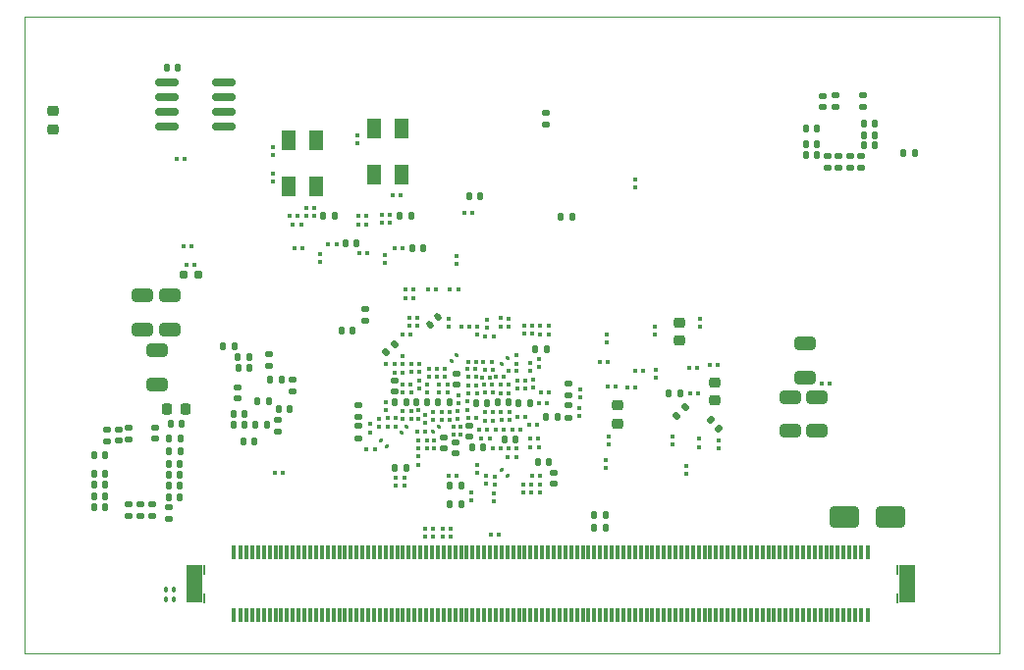
<source format=gbr>
%TF.GenerationSoftware,KiCad,Pcbnew,7.99.0-3958-g1df84f4d92*%
%TF.CreationDate,2023-12-24T01:25:56+01:00*%
%TF.ProjectId,SBC,5342432e-6b69-4636-9164-5f7063625858,rev?*%
%TF.SameCoordinates,Original*%
%TF.FileFunction,Paste,Bot*%
%TF.FilePolarity,Positive*%
%FSLAX46Y46*%
G04 Gerber Fmt 4.6, Leading zero omitted, Abs format (unit mm)*
G04 Created by KiCad (PCBNEW 7.99.0-3958-g1df84f4d92) date 2023-12-24 01:25:56*
%MOMM*%
%LPD*%
G01*
G04 APERTURE LIST*
G04 Aperture macros list*
%AMRoundRect*
0 Rectangle with rounded corners*
0 $1 Rounding radius*
0 $2 $3 $4 $5 $6 $7 $8 $9 X,Y pos of 4 corners*
0 Add a 4 corners polygon primitive as box body*
4,1,4,$2,$3,$4,$5,$6,$7,$8,$9,$2,$3,0*
0 Add four circle primitives for the rounded corners*
1,1,$1+$1,$2,$3*
1,1,$1+$1,$4,$5*
1,1,$1+$1,$6,$7*
1,1,$1+$1,$8,$9*
0 Add four rect primitives between the rounded corners*
20,1,$1+$1,$2,$3,$4,$5,0*
20,1,$1+$1,$4,$5,$6,$7,0*
20,1,$1+$1,$6,$7,$8,$9,0*
20,1,$1+$1,$8,$9,$2,$3,0*%
G04 Aperture macros list end*
%ADD10RoundRect,0.140000X-0.170000X0.140000X-0.170000X-0.140000X0.170000X-0.140000X0.170000X0.140000X0*%
%ADD11RoundRect,0.079500X0.079500X0.100500X-0.079500X0.100500X-0.079500X-0.100500X0.079500X-0.100500X0*%
%ADD12RoundRect,0.079500X-0.079500X-0.100500X0.079500X-0.100500X0.079500X0.100500X-0.079500X0.100500X0*%
%ADD13RoundRect,0.135000X-0.185000X0.135000X-0.185000X-0.135000X0.185000X-0.135000X0.185000X0.135000X0*%
%ADD14RoundRect,0.140000X0.140000X0.170000X-0.140000X0.170000X-0.140000X-0.170000X0.140000X-0.170000X0*%
%ADD15RoundRect,0.079500X-0.100500X0.079500X-0.100500X-0.079500X0.100500X-0.079500X0.100500X0.079500X0*%
%ADD16RoundRect,0.135000X-0.135000X-0.185000X0.135000X-0.185000X0.135000X0.185000X-0.135000X0.185000X0*%
%ADD17RoundRect,0.079500X0.100500X-0.079500X0.100500X0.079500X-0.100500X0.079500X-0.100500X-0.079500X0*%
%ADD18RoundRect,0.140000X-0.140000X-0.170000X0.140000X-0.170000X0.140000X0.170000X-0.140000X0.170000X0*%
%ADD19R,1.400000X3.300000*%
%ADD20R,0.250000X0.850000*%
%ADD21R,0.450000X1.200000*%
%ADD22R,0.300000X1.200000*%
%ADD23RoundRect,0.079500X-0.014849X0.127279X-0.127279X0.014849X0.014849X-0.127279X0.127279X-0.014849X0*%
%ADD24RoundRect,0.135000X0.185000X-0.135000X0.185000X0.135000X-0.185000X0.135000X-0.185000X-0.135000X0*%
%ADD25RoundRect,0.140000X0.170000X-0.140000X0.170000X0.140000X-0.170000X0.140000X-0.170000X-0.140000X0*%
%ADD26RoundRect,0.225000X-0.250000X0.225000X-0.250000X-0.225000X0.250000X-0.225000X0.250000X0.225000X0*%
%ADD27RoundRect,0.135000X0.135000X0.185000X-0.135000X0.185000X-0.135000X-0.185000X0.135000X-0.185000X0*%
%ADD28RoundRect,0.090000X-0.090000X0.139000X-0.090000X-0.139000X0.090000X-0.139000X0.090000X0.139000X0*%
%ADD29R,1.200000X1.800000*%
%ADD30RoundRect,0.160000X-0.197500X-0.160000X0.197500X-0.160000X0.197500X0.160000X-0.197500X0.160000X0*%
%ADD31RoundRect,0.150000X0.825000X0.150000X-0.825000X0.150000X-0.825000X-0.150000X0.825000X-0.150000X0*%
%ADD32RoundRect,0.250000X0.650000X-0.325000X0.650000X0.325000X-0.650000X0.325000X-0.650000X-0.325000X0*%
%ADD33RoundRect,0.147500X0.147500X0.172500X-0.147500X0.172500X-0.147500X-0.172500X0.147500X-0.172500X0*%
%ADD34RoundRect,0.079500X0.014849X-0.127279X0.127279X-0.014849X-0.014849X0.127279X-0.127279X0.014849X0*%
%ADD35RoundRect,0.140000X0.021213X-0.219203X0.219203X-0.021213X-0.021213X0.219203X-0.219203X0.021213X0*%
%ADD36RoundRect,0.250000X-1.000000X-0.650000X1.000000X-0.650000X1.000000X0.650000X-1.000000X0.650000X0*%
%ADD37RoundRect,0.250000X-0.650000X0.325000X-0.650000X-0.325000X0.650000X-0.325000X0.650000X0.325000X0*%
%ADD38RoundRect,0.135000X0.226274X0.035355X0.035355X0.226274X-0.226274X-0.035355X-0.035355X-0.226274X0*%
%ADD39RoundRect,0.225000X0.250000X-0.225000X0.250000X0.225000X-0.250000X0.225000X-0.250000X-0.225000X0*%
%ADD40RoundRect,0.079500X-0.127279X-0.014849X-0.014849X-0.127279X0.127279X0.014849X0.014849X0.127279X0*%
%ADD41RoundRect,0.135000X0.035355X-0.226274X0.226274X-0.035355X-0.035355X0.226274X-0.226274X0.035355X0*%
%ADD42RoundRect,0.079500X0.127279X0.014849X0.014849X0.127279X-0.127279X-0.014849X-0.014849X-0.127279X0*%
%ADD43RoundRect,0.218750X-0.218750X-0.256250X0.218750X-0.256250X0.218750X0.256250X-0.218750X0.256250X0*%
%ADD44RoundRect,0.147500X0.172500X-0.147500X0.172500X0.147500X-0.172500X0.147500X-0.172500X-0.147500X0*%
%TA.AperFunction,Profile*%
%ADD45C,0.100000*%
%TD*%
G04 APERTURE END LIST*
D10*
%TO.C,C165*%
X93665481Y-113869200D03*
X93665481Y-114829200D03*
%TD*%
D11*
%TO.C,C137*%
X71960481Y-97395014D03*
X71270481Y-97395014D03*
%TD*%
%TO.C,C215*%
X97938495Y-112433020D03*
X97248495Y-112433020D03*
%TD*%
D12*
%TO.C,C295*%
X86314081Y-95495214D03*
X87004081Y-95495214D03*
%TD*%
D13*
%TO.C,R36*%
X86320000Y-111080400D03*
X86320000Y-112100400D03*
%TD*%
D14*
%TO.C,C5*%
X125873462Y-88557528D03*
X124913462Y-88557528D03*
%TD*%
D15*
%TO.C,C180*%
X110165481Y-91650014D03*
X110165481Y-92340014D03*
%TD*%
D16*
%TO.C,R62*%
X106610000Y-121730400D03*
X107630000Y-121730400D03*
%TD*%
D12*
%TO.C,C160*%
X98176881Y-108695014D03*
X98866881Y-108695014D03*
%TD*%
D17*
%TO.C,C240*%
X101315481Y-104968790D03*
X101315481Y-104278790D03*
%TD*%
D13*
%TO.C,R73*%
X79343881Y-112358814D03*
X79343881Y-113378814D03*
%TD*%
D18*
%TO.C,C283*%
X77445000Y-112825000D03*
X78405000Y-112825000D03*
%TD*%
D11*
%TO.C,C184*%
X99907281Y-115561214D03*
X99217281Y-115561214D03*
%TD*%
D10*
%TO.C,C10*%
X129643462Y-89627528D03*
X129643462Y-90587528D03*
%TD*%
D17*
%TO.C,C245*%
X92068000Y-112644200D03*
X92068000Y-111954200D03*
%TD*%
%TO.C,C197*%
X99921405Y-107519585D03*
X99921405Y-106829585D03*
%TD*%
D19*
%TO.C,J1*%
X133615481Y-126545014D03*
D20*
X132790481Y-125320014D03*
X132790481Y-127770014D03*
D19*
X72215481Y-126545014D03*
D20*
X73040481Y-125320014D03*
X73040481Y-127770014D03*
D21*
X75590481Y-123845014D03*
D22*
X76165481Y-123845014D03*
X76665481Y-123845014D03*
X77165481Y-123845014D03*
X77665481Y-123845014D03*
X78165481Y-123845014D03*
X78665481Y-123845014D03*
X79165481Y-123845014D03*
X79665481Y-123845014D03*
X80165481Y-123845014D03*
X80665481Y-123845014D03*
X81165481Y-123845014D03*
X81665481Y-123845014D03*
X82165481Y-123845014D03*
X82665481Y-123845014D03*
X83165481Y-123845014D03*
X83665481Y-123845014D03*
X84165481Y-123845014D03*
X84665481Y-123845014D03*
X85165481Y-123845014D03*
X85665481Y-123845014D03*
X86165481Y-123845014D03*
X86665481Y-123845014D03*
X87165481Y-123845014D03*
X87665481Y-123845014D03*
X88165481Y-123845014D03*
X88665481Y-123845014D03*
X89165481Y-123845014D03*
X89665481Y-123845014D03*
X90165481Y-123845014D03*
X90665481Y-123845014D03*
X91165481Y-123845014D03*
X91665481Y-123845014D03*
X92165481Y-123845014D03*
X92665481Y-123845014D03*
X93165481Y-123845014D03*
X93665481Y-123845014D03*
X94165481Y-123845014D03*
X94665481Y-123845014D03*
X95165481Y-123845014D03*
X95665481Y-123845014D03*
X96165481Y-123845014D03*
X96665481Y-123845014D03*
X97165481Y-123845014D03*
X97665481Y-123845014D03*
X98165481Y-123845014D03*
X98665481Y-123845014D03*
X99165481Y-123845014D03*
X99665481Y-123845014D03*
X100165481Y-123845014D03*
X100665481Y-123845014D03*
X101165481Y-123845014D03*
X101665481Y-123845014D03*
X102165481Y-123845014D03*
X102665481Y-123845014D03*
X103165481Y-123845014D03*
X103665481Y-123845014D03*
X104165481Y-123845014D03*
X104665481Y-123845014D03*
X105165481Y-123845014D03*
X105665481Y-123845014D03*
X106165481Y-123845014D03*
X106665481Y-123845014D03*
X107165481Y-123845014D03*
X107665481Y-123845014D03*
X108165481Y-123845014D03*
X108665481Y-123845014D03*
X109165481Y-123845014D03*
X109665481Y-123845014D03*
X110165481Y-123845014D03*
X110665481Y-123845014D03*
X111165481Y-123845014D03*
X111665481Y-123845014D03*
X112165481Y-123845014D03*
X112665481Y-123845014D03*
X113165481Y-123845014D03*
X113665481Y-123845014D03*
X114165481Y-123845014D03*
X114665481Y-123845014D03*
X115165481Y-123845014D03*
X115665481Y-123845014D03*
X116165481Y-123845014D03*
X116665481Y-123845014D03*
X117165481Y-123845014D03*
X117665481Y-123845014D03*
X118165481Y-123845014D03*
X118665481Y-123845014D03*
X119165481Y-123845014D03*
X119665481Y-123845014D03*
X120165481Y-123845014D03*
X120665481Y-123845014D03*
X121165481Y-123845014D03*
X121665481Y-123845014D03*
X122165481Y-123845014D03*
X122665481Y-123845014D03*
X123165481Y-123845014D03*
X123665481Y-123845014D03*
X124165481Y-123845014D03*
X124665481Y-123845014D03*
X125165481Y-123845014D03*
X125665481Y-123845014D03*
X126165481Y-123845014D03*
X126665481Y-123845014D03*
X127165481Y-123845014D03*
X127665481Y-123845014D03*
X128165481Y-123845014D03*
X128665481Y-123845014D03*
X129165481Y-123845014D03*
X129665481Y-123845014D03*
D21*
X130240481Y-123845014D03*
X75590481Y-129245014D03*
D22*
X76165481Y-129245014D03*
X76665481Y-129245014D03*
X77165481Y-129245014D03*
X77665481Y-129245014D03*
X78165481Y-129245014D03*
X78665481Y-129245014D03*
X79165481Y-129245014D03*
X79665481Y-129245014D03*
X80165481Y-129245014D03*
X80665481Y-129245014D03*
X81165481Y-129245014D03*
X81665481Y-129245014D03*
X82165481Y-129245014D03*
X82665481Y-129245014D03*
X83165481Y-129245014D03*
X83665481Y-129245014D03*
X84165481Y-129245014D03*
X84665481Y-129245014D03*
X85165481Y-129245014D03*
X85665481Y-129245014D03*
X86165481Y-129245014D03*
X86665481Y-129245014D03*
X87165481Y-129245014D03*
X87665481Y-129245014D03*
X88165481Y-129245014D03*
X88665481Y-129245014D03*
X89165481Y-129245014D03*
X89665481Y-129245014D03*
X90165481Y-129245014D03*
X90665481Y-129245014D03*
X91165481Y-129245014D03*
X91665481Y-129245014D03*
X92165481Y-129245014D03*
X92665481Y-129245014D03*
X93165481Y-129245014D03*
X93665481Y-129245014D03*
X94165481Y-129245014D03*
X94665481Y-129245014D03*
X95165481Y-129245014D03*
X95665481Y-129245014D03*
X96165481Y-129245014D03*
X96665481Y-129245014D03*
X97165481Y-129245014D03*
X97665481Y-129245014D03*
X98165481Y-129245014D03*
X98665481Y-129245014D03*
X99165481Y-129245014D03*
X99665481Y-129245014D03*
X100165481Y-129245014D03*
X100665481Y-129245014D03*
X101165481Y-129245014D03*
X101665481Y-129245014D03*
X102165481Y-129245014D03*
X102665481Y-129245014D03*
X103165481Y-129245014D03*
X103665481Y-129245014D03*
X104165481Y-129245014D03*
X104665481Y-129245014D03*
X105165481Y-129245014D03*
X105665481Y-129245014D03*
X106165481Y-129245014D03*
X106665481Y-129245014D03*
X107165481Y-129245014D03*
X107665481Y-129245014D03*
X108165481Y-129245014D03*
X108665481Y-129245014D03*
X109165481Y-129245014D03*
X109665481Y-129245014D03*
X110165481Y-129245014D03*
X110665481Y-129245014D03*
X111165481Y-129245014D03*
X111665481Y-129245014D03*
X112165481Y-129245014D03*
X112665481Y-129245014D03*
X113165481Y-129245014D03*
X113665481Y-129245014D03*
X114165481Y-129245014D03*
X114665481Y-129245014D03*
X115165481Y-129245014D03*
X115665481Y-129245014D03*
X116165481Y-129245014D03*
X116665481Y-129245014D03*
X117165481Y-129245014D03*
X117665481Y-129245014D03*
X118165481Y-129245014D03*
X118665481Y-129245014D03*
X119165481Y-129245014D03*
X119665481Y-129245014D03*
X120165481Y-129245014D03*
X120665481Y-129245014D03*
X121165481Y-129245014D03*
X121665481Y-129245014D03*
X122165481Y-129245014D03*
X122665481Y-129245014D03*
X123165481Y-129245014D03*
X123665481Y-129245014D03*
X124165481Y-129245014D03*
X124665481Y-129245014D03*
X125165481Y-129245014D03*
X125665481Y-129245014D03*
X126165481Y-129245014D03*
X126665481Y-129245014D03*
X127165481Y-129245014D03*
X127665481Y-129245014D03*
X128165481Y-129245014D03*
X128665481Y-129245014D03*
X129165481Y-129245014D03*
X129665481Y-129245014D03*
D21*
X130240481Y-129245014D03*
%TD*%
D17*
%TO.C,C207*%
X101167910Y-108163475D03*
X101167910Y-107473475D03*
%TD*%
D23*
%TO.C,C192*%
X90496433Y-112999062D03*
X90008529Y-113486966D03*
%TD*%
D11*
%TO.C,C221*%
X96504681Y-107376614D03*
X95814681Y-107376614D03*
%TD*%
D13*
%TO.C,R37*%
X86920000Y-102845400D03*
X86920000Y-103865400D03*
%TD*%
D14*
%TO.C,C330*%
X70900000Y-116180400D03*
X69940000Y-116180400D03*
%TD*%
D15*
%TO.C,C214*%
X92865481Y-114150014D03*
X92865481Y-114840014D03*
%TD*%
D12*
%TO.C,C210*%
X95830921Y-110113683D03*
X96520921Y-110113683D03*
%TD*%
D11*
%TO.C,C117*%
X91560481Y-107545014D03*
X90870481Y-107545014D03*
%TD*%
D15*
%TO.C,C124*%
X98015481Y-118700014D03*
X98015481Y-119390014D03*
%TD*%
D11*
%TO.C,C226*%
X93040481Y-101135014D03*
X92350481Y-101135014D03*
%TD*%
D12*
%TO.C,C275*%
X71505881Y-99000414D03*
X72195881Y-99000414D03*
%TD*%
D11*
%TO.C,C185*%
X100720430Y-108982430D03*
X100030430Y-108982430D03*
%TD*%
D24*
%TO.C,R96*%
X68547981Y-120715414D03*
X68547981Y-119695414D03*
%TD*%
D17*
%TO.C,C254*%
X105480400Y-110431800D03*
X105480400Y-109741800D03*
%TD*%
D16*
%TO.C,R71*%
X133288462Y-89325028D03*
X134308462Y-89325028D03*
%TD*%
D18*
%TO.C,C212*%
X84885481Y-104695014D03*
X85845481Y-104695014D03*
%TD*%
D25*
%TO.C,C12*%
X129793462Y-85350028D03*
X129793462Y-84390028D03*
%TD*%
D12*
%TO.C,C112*%
X90150481Y-105045014D03*
X90840481Y-105045014D03*
%TD*%
D17*
%TO.C,C182*%
X94515481Y-113690014D03*
X94515481Y-113000014D03*
%TD*%
D11*
%TO.C,C88*%
X91068081Y-101896014D03*
X90378081Y-101896014D03*
%TD*%
D12*
%TO.C,C208*%
X101260425Y-117212665D03*
X101950425Y-117212665D03*
%TD*%
D18*
%TO.C,C333*%
X63515000Y-115455400D03*
X64475000Y-115455400D03*
%TD*%
D11*
%TO.C,C177*%
X101851365Y-114026235D03*
X101161365Y-114026235D03*
%TD*%
D26*
%TO.C,C255*%
X108637513Y-111151881D03*
X108637513Y-112701881D03*
%TD*%
D12*
%TO.C,C122*%
X89470481Y-108295014D03*
X90160481Y-108295014D03*
%TD*%
D17*
%TO.C,C249*%
X100615481Y-104968790D03*
X100615481Y-104278790D03*
%TD*%
%TO.C,C201*%
X94191800Y-112387632D03*
X94191800Y-111697632D03*
%TD*%
%TO.C,C266*%
X111883000Y-105049200D03*
X111883000Y-104359200D03*
%TD*%
D11*
%TO.C,C89*%
X91068081Y-101159414D03*
X90378081Y-101159414D03*
%TD*%
D15*
%TO.C,C264*%
X114620000Y-116385400D03*
X114620000Y-117075400D03*
%TD*%
D17*
%TO.C,C233*%
X94903000Y-112290014D03*
X94903000Y-111600014D03*
%TD*%
D15*
%TO.C,C189*%
X96015481Y-118675014D03*
X96015481Y-119365014D03*
%TD*%
D17*
%TO.C,C161*%
X90865481Y-112290014D03*
X90865481Y-111600014D03*
%TD*%
D13*
%TO.C,R69*%
X104464400Y-111151600D03*
X104464400Y-112171600D03*
%TD*%
D27*
%TO.C,R74*%
X78609281Y-110735214D03*
X77589281Y-110735214D03*
%TD*%
D11*
%TO.C,C219*%
X96514301Y-112193369D03*
X95824301Y-112193369D03*
%TD*%
%TO.C,C71*%
X98422481Y-122268014D03*
X97732481Y-122268014D03*
%TD*%
D25*
%TO.C,C202*%
X94812400Y-109327600D03*
X94812400Y-108367600D03*
%TD*%
D14*
%TO.C,C158*%
X102547705Y-106274790D03*
X101587705Y-106274790D03*
%TD*%
D28*
%TO.C,R99*%
X70403081Y-126990514D03*
X70403081Y-127855514D03*
%TD*%
D11*
%TO.C,C196*%
X99980481Y-114865014D03*
X99290481Y-114865014D03*
%TD*%
D15*
%TO.C,C116*%
X88115481Y-112275014D03*
X88115481Y-112965014D03*
%TD*%
D11*
%TO.C,C234*%
X90845000Y-109300000D03*
X90155000Y-109300000D03*
%TD*%
D12*
%TO.C,C134*%
X95675481Y-107970014D03*
X96365481Y-107970014D03*
%TD*%
D18*
%TO.C,C280*%
X78720000Y-108930400D03*
X79680000Y-108930400D03*
%TD*%
D17*
%TO.C,C188*%
X102015481Y-104977045D03*
X102015481Y-104287045D03*
%TD*%
D11*
%TO.C,C205*%
X99919695Y-108189414D03*
X99229695Y-108189414D03*
%TD*%
%TO.C,C174*%
X97888965Y-110047325D03*
X97198965Y-110047325D03*
%TD*%
D13*
%TO.C,R70*%
X104464400Y-109272000D03*
X104464400Y-110292000D03*
%TD*%
D10*
%TO.C,C284*%
X75920000Y-109550400D03*
X75920000Y-110510400D03*
%TD*%
D28*
%TO.C,R98*%
X69691881Y-126990514D03*
X69691881Y-127855514D03*
%TD*%
D12*
%TO.C,C127*%
X94120481Y-117195014D03*
X94810481Y-117195014D03*
%TD*%
D15*
%TO.C,C298*%
X89046681Y-94657414D03*
X89046681Y-95347414D03*
%TD*%
D11*
%TO.C,C236*%
X92063000Y-113374200D03*
X91373000Y-113374200D03*
%TD*%
D15*
%TO.C,C176*%
X101250460Y-117932560D03*
X101250460Y-118622560D03*
%TD*%
D11*
%TO.C,C247*%
X100720430Y-109684105D03*
X100030430Y-109684105D03*
%TD*%
D10*
%TO.C,C7*%
X126793462Y-89627528D03*
X126793462Y-90587528D03*
%TD*%
D29*
%TO.C,Y4*%
X80277481Y-92212014D03*
X80277481Y-88212014D03*
X82677481Y-88212014D03*
X82677481Y-92212014D03*
%TD*%
D12*
%TO.C,C303*%
X80776881Y-97527214D03*
X81466881Y-97527214D03*
%TD*%
D25*
%TO.C,C133*%
X95865481Y-113825014D03*
X95865481Y-112865014D03*
%TD*%
D15*
%TO.C,C232*%
X92769400Y-111699400D03*
X92769400Y-112389400D03*
%TD*%
D14*
%TO.C,C6*%
X125873462Y-89507528D03*
X124913462Y-89507528D03*
%TD*%
D17*
%TO.C,C150*%
X90165481Y-112290014D03*
X90165481Y-111600014D03*
%TD*%
D29*
%TO.C,Y3*%
X87643481Y-91196014D03*
X87643481Y-87196014D03*
X90043481Y-87196014D03*
X90043481Y-91196014D03*
%TD*%
D30*
%TO.C,C274*%
X71278781Y-99838614D03*
X72473781Y-99838614D03*
%TD*%
D15*
%TO.C,C200*%
X94815481Y-98250014D03*
X94815481Y-98940014D03*
%TD*%
D31*
%TO.C,U18*%
X74727481Y-83268014D03*
X74727481Y-84538014D03*
X74727481Y-85808014D03*
X74727481Y-87078014D03*
X69777481Y-87078014D03*
X69777481Y-85808014D03*
X69777481Y-84538014D03*
X69777481Y-83268014D03*
%TD*%
D17*
%TO.C,C305*%
X83052281Y-98751014D03*
X83052281Y-98061014D03*
%TD*%
D15*
%TO.C,C213*%
X91535800Y-108979800D03*
X91535800Y-109669800D03*
%TD*%
D18*
%TO.C,C282*%
X79450000Y-111425000D03*
X80410000Y-111425000D03*
%TD*%
D25*
%TO.C,C2*%
X127493462Y-85350028D03*
X127493462Y-84390028D03*
%TD*%
D14*
%TO.C,C323*%
X70950000Y-113980400D03*
X69990000Y-113980400D03*
%TD*%
D32*
%TO.C,C41*%
X125893462Y-113345028D03*
X125893462Y-110395028D03*
%TD*%
D12*
%TO.C,C186*%
X97109000Y-107369000D03*
X97799000Y-107369000D03*
%TD*%
D11*
%TO.C,C302*%
X84413281Y-97222414D03*
X83723281Y-97222414D03*
%TD*%
D15*
%TO.C,C139*%
X91515481Y-115550014D03*
X91515481Y-116240014D03*
%TD*%
D14*
%TO.C,C320*%
X71100000Y-112692900D03*
X70140000Y-112692900D03*
%TD*%
D15*
%TO.C,C114*%
X87370281Y-112752414D03*
X87370281Y-113442414D03*
%TD*%
D18*
%TO.C,C13*%
X129913462Y-88707528D03*
X130873462Y-88707528D03*
%TD*%
D17*
%TO.C,C299*%
X88640281Y-98837414D03*
X88640281Y-98147414D03*
%TD*%
D11*
%TO.C,C307*%
X82482881Y-94072814D03*
X81792881Y-94072814D03*
%TD*%
D17*
%TO.C,C262*%
X107670000Y-116550400D03*
X107670000Y-115860400D03*
%TD*%
D12*
%TO.C,C304*%
X86314081Y-94784014D03*
X87004081Y-94784014D03*
%TD*%
D15*
%TO.C,C93*%
X94279081Y-121794814D03*
X94279081Y-122484814D03*
%TD*%
D12*
%TO.C,C297*%
X80370481Y-94784014D03*
X81060481Y-94784014D03*
%TD*%
D33*
%TO.C,FB6*%
X84248481Y-94733214D03*
X83278481Y-94733214D03*
%TD*%
D18*
%TO.C,C329*%
X63515000Y-118980400D03*
X64475000Y-118980400D03*
%TD*%
D14*
%TO.C,C190*%
X92273683Y-110847139D03*
X91313683Y-110847139D03*
%TD*%
D15*
%TO.C,C115*%
X89515481Y-112250014D03*
X89515481Y-112940014D03*
%TD*%
D34*
%TO.C,C195*%
X92771529Y-113438966D03*
X93259433Y-112951062D03*
%TD*%
D35*
%TO.C,C170*%
X92466470Y-104165825D03*
X93145292Y-103487003D03*
%TD*%
D14*
%TO.C,C335*%
X70950000Y-115080400D03*
X69990000Y-115080400D03*
%TD*%
D34*
%TO.C,C138*%
X94321529Y-107313966D03*
X94809433Y-106826062D03*
%TD*%
D15*
%TO.C,C179*%
X95684181Y-110815157D03*
X95684181Y-111505157D03*
%TD*%
D17*
%TO.C,C252*%
X113415481Y-114540014D03*
X113415481Y-113850014D03*
%TD*%
%TO.C,C171*%
X95115481Y-113640014D03*
X95115481Y-112950014D03*
%TD*%
D11*
%TO.C,C216*%
X99317080Y-111698325D03*
X98627080Y-111698325D03*
%TD*%
D36*
%TO.C,D1*%
X128246481Y-120762414D03*
X132246481Y-120762414D03*
%TD*%
D25*
%TO.C,C154*%
X102515481Y-86875014D03*
X102515481Y-85915014D03*
%TD*%
D17*
%TO.C,C253*%
X105378800Y-112057400D03*
X105378800Y-111367400D03*
%TD*%
D25*
%TO.C,C332*%
X66520000Y-120665414D03*
X66520000Y-119705414D03*
%TD*%
D10*
%TO.C,C328*%
X65620000Y-113212900D03*
X65620000Y-114172900D03*
%TD*%
D37*
%TO.C,C67*%
X68929881Y-106390014D03*
X68929881Y-109340014D03*
%TD*%
D11*
%TO.C,FB2*%
X97673081Y-108722814D03*
X96983081Y-108722814D03*
%TD*%
D12*
%TO.C,C237*%
X98610570Y-110063835D03*
X99300570Y-110063835D03*
%TD*%
D15*
%TO.C,C92*%
X93567881Y-121794814D03*
X93567881Y-122484814D03*
%TD*%
D18*
%TO.C,C155*%
X98326980Y-110881080D03*
X99286980Y-110881080D03*
%TD*%
D15*
%TO.C,R56*%
X96565000Y-104306200D03*
X96565000Y-104996200D03*
%TD*%
D17*
%TO.C,C218*%
X102715481Y-104977045D03*
X102715481Y-104287045D03*
%TD*%
D14*
%TO.C,C279*%
X76530000Y-111875000D03*
X75570000Y-111875000D03*
%TD*%
D15*
%TO.C,C91*%
X92780481Y-121794814D03*
X92780481Y-122484814D03*
%TD*%
D25*
%TO.C,C15*%
X126368462Y-85380028D03*
X126368462Y-84420028D03*
%TD*%
D17*
%TO.C,C145*%
X89515481Y-118090014D03*
X89515481Y-117400014D03*
%TD*%
D11*
%TO.C,C220*%
X97410175Y-113208990D03*
X96720175Y-113208990D03*
%TD*%
D25*
%TO.C,C325*%
X69970000Y-120910400D03*
X69970000Y-119950400D03*
%TD*%
D15*
%TO.C,C152*%
X97377800Y-103722000D03*
X97377800Y-104412000D03*
%TD*%
D10*
%TO.C,C318*%
X64670000Y-113250400D03*
X64670000Y-114210400D03*
%TD*%
D11*
%TO.C,C230*%
X101859620Y-114723014D03*
X101169620Y-114723014D03*
%TD*%
D12*
%TO.C,C231*%
X88720481Y-107570014D03*
X89410481Y-107570014D03*
%TD*%
D27*
%TO.C,R34*%
X103528281Y-112136614D03*
X102508281Y-112136614D03*
%TD*%
D10*
%TO.C,C151*%
X94715481Y-114315014D03*
X94715481Y-115275014D03*
%TD*%
D17*
%TO.C,C263*%
X115673000Y-114719200D03*
X115673000Y-114029200D03*
%TD*%
D18*
%TO.C,C168*%
X100151335Y-110917414D03*
X101111335Y-110917414D03*
%TD*%
D24*
%TO.C,R38*%
X86320000Y-113950400D03*
X86320000Y-112930400D03*
%TD*%
D37*
%TO.C,C43*%
X124878462Y-105795028D03*
X124878462Y-108745028D03*
%TD*%
D12*
%TO.C,C87*%
X101884200Y-110950400D03*
X102574200Y-110950400D03*
%TD*%
D15*
%TO.C,C120*%
X88690481Y-110850014D03*
X88690481Y-111540014D03*
%TD*%
D17*
%TO.C,C224*%
X93999600Y-110025400D03*
X93999600Y-109335400D03*
%TD*%
D14*
%TO.C,C331*%
X70900000Y-118080400D03*
X69940000Y-118080400D03*
%TD*%
D15*
%TO.C,C90*%
X92069281Y-121794814D03*
X92069281Y-122484814D03*
%TD*%
D12*
%TO.C,C227*%
X98635335Y-112424765D03*
X99325335Y-112424765D03*
%TD*%
D18*
%TO.C,C285*%
X76370000Y-114225000D03*
X77330000Y-114225000D03*
%TD*%
D12*
%TO.C,C293*%
X86364881Y-97984414D03*
X87054881Y-97984414D03*
%TD*%
D16*
%TO.C,R63*%
X113032863Y-110064729D03*
X114052863Y-110064729D03*
%TD*%
D11*
%TO.C,C241*%
X96504681Y-108672014D03*
X95814681Y-108672014D03*
%TD*%
D15*
%TO.C,C203*%
X93741052Y-107975546D03*
X93741052Y-108665546D03*
%TD*%
D27*
%TO.C,R72*%
X75680000Y-105992900D03*
X74660000Y-105992900D03*
%TD*%
D14*
%TO.C,C130*%
X104745481Y-94845014D03*
X103785481Y-94845014D03*
%TD*%
%TO.C,C334*%
X70900000Y-117130400D03*
X69940000Y-117130400D03*
%TD*%
D18*
%TO.C,C178*%
X93189481Y-110864632D03*
X94149481Y-110864632D03*
%TD*%
D15*
%TO.C,C217*%
X101416400Y-108878200D03*
X101416400Y-109568200D03*
%TD*%
D12*
%TO.C,C239*%
X101012775Y-112821005D03*
X101702775Y-112821005D03*
%TD*%
D17*
%TO.C,C261*%
X107765481Y-105690014D03*
X107765481Y-105000014D03*
%TD*%
D15*
%TO.C,C268*%
X117370000Y-114185400D03*
X117370000Y-114875400D03*
%TD*%
D32*
%TO.C,C36*%
X123593462Y-113345028D03*
X123593462Y-110395028D03*
%TD*%
D12*
%TO.C,C259*%
X109518000Y-109614200D03*
X110208000Y-109614200D03*
%TD*%
D38*
%TO.C,R33*%
X117430624Y-113141024D03*
X116709376Y-112419776D03*
%TD*%
D17*
%TO.C,C125*%
X90165481Y-107565014D03*
X90165481Y-106875014D03*
%TD*%
D10*
%TO.C,C9*%
X128693462Y-89627528D03*
X128693462Y-90587528D03*
%TD*%
D39*
%TO.C,C256*%
X113989400Y-105553200D03*
X113989400Y-104003200D03*
%TD*%
D18*
%TO.C,C276*%
X75945000Y-107925000D03*
X76905000Y-107925000D03*
%TD*%
D11*
%TO.C,C294*%
X90138481Y-97578014D03*
X89448481Y-97578014D03*
%TD*%
%TO.C,C270*%
X117328000Y-107624200D03*
X116638000Y-107624200D03*
%TD*%
%TO.C,C243*%
X90855000Y-110002538D03*
X90165000Y-110002538D03*
%TD*%
D37*
%TO.C,C66*%
X70098281Y-101665614D03*
X70098281Y-104615614D03*
%TD*%
D18*
%TO.C,C157*%
X101789481Y-116023945D03*
X102749481Y-116023945D03*
%TD*%
D17*
%TO.C,C301*%
X78937481Y-91827014D03*
X78937481Y-91137014D03*
%TD*%
D11*
%TO.C,C113*%
X91410481Y-103545014D03*
X90720481Y-103545014D03*
%TD*%
D17*
%TO.C,C209*%
X94951837Y-110952400D03*
X94951837Y-110262400D03*
%TD*%
D12*
%TO.C,C292*%
X89285881Y-93006014D03*
X89975881Y-93006014D03*
%TD*%
D17*
%TO.C,C225*%
X91472481Y-112263014D03*
X91472481Y-111573014D03*
%TD*%
D39*
%TO.C,C267*%
X117020000Y-110705400D03*
X117020000Y-109155400D03*
%TD*%
D40*
%TO.C,C146*%
X98657929Y-116714262D03*
X99145833Y-117202166D03*
%TD*%
D15*
%TO.C,C119*%
X88815481Y-112250014D03*
X88815481Y-112940014D03*
%TD*%
%TO.C,C250*%
X93480600Y-111700742D03*
X93480600Y-112390742D03*
%TD*%
D17*
%TO.C,C135*%
X98565481Y-104298414D03*
X98565481Y-103608414D03*
%TD*%
D12*
%TO.C,C167*%
X97880481Y-114875014D03*
X98570481Y-114875014D03*
%TD*%
D11*
%TO.C,C136*%
X87720481Y-114905014D03*
X87030481Y-114905014D03*
%TD*%
D27*
%TO.C,R40*%
X95180000Y-119692900D03*
X94160000Y-119692900D03*
%TD*%
D12*
%TO.C,C123*%
X90870481Y-108270014D03*
X91560481Y-108270014D03*
%TD*%
D14*
%TO.C,C4*%
X125873462Y-87207528D03*
X124913462Y-87207528D03*
%TD*%
D15*
%TO.C,C248*%
X101869585Y-107093745D03*
X101869585Y-107783745D03*
%TD*%
D41*
%TO.C,R39*%
X88720000Y-106580400D03*
X89441248Y-105859152D03*
%TD*%
D12*
%TO.C,C229*%
X100046940Y-112127585D03*
X100736940Y-112127585D03*
%TD*%
D18*
%TO.C,C337*%
X63515000Y-117970400D03*
X64475000Y-117970400D03*
%TD*%
D15*
%TO.C,C271*%
X107918881Y-113783614D03*
X107918881Y-114473614D03*
%TD*%
D33*
%TO.C,FB4*%
X90875481Y-94799214D03*
X89905481Y-94799214D03*
%TD*%
D18*
%TO.C,C129*%
X96124800Y-114787600D03*
X97084800Y-114787600D03*
%TD*%
D15*
%TO.C,C187*%
X100548785Y-117932560D03*
X100548785Y-118622560D03*
%TD*%
D17*
%TO.C,C265*%
X111933000Y-108729200D03*
X111933000Y-108039200D03*
%TD*%
D15*
%TO.C,C147*%
X96590481Y-116250014D03*
X96590481Y-116940014D03*
%TD*%
D18*
%TO.C,C3*%
X129913462Y-86807528D03*
X130873462Y-86807528D03*
%TD*%
D17*
%TO.C,C244*%
X92265481Y-110040014D03*
X92265481Y-109350014D03*
%TD*%
D11*
%TO.C,C308*%
X82482881Y-94784014D03*
X81792881Y-94784014D03*
%TD*%
%TO.C,C251*%
X96110481Y-94495014D03*
X95420481Y-94495014D03*
%TD*%
D15*
%TO.C,C183*%
X92215481Y-114150014D03*
X92215481Y-114840014D03*
%TD*%
D12*
%TO.C,C242*%
X95803870Y-109378670D03*
X96493870Y-109378670D03*
%TD*%
%TO.C,C258*%
X114938000Y-110124200D03*
X115628000Y-110124200D03*
%TD*%
D11*
%TO.C,C238*%
X100299425Y-113225500D03*
X99609425Y-113225500D03*
%TD*%
D25*
%TO.C,C169*%
X103158481Y-117903014D03*
X103158481Y-116943014D03*
%TD*%
D18*
%TO.C,C140*%
X94210481Y-118020014D03*
X95170481Y-118020014D03*
%TD*%
%TO.C,C338*%
X63515000Y-119905400D03*
X64475000Y-119905400D03*
%TD*%
D12*
%TO.C,C257*%
X107808000Y-109514200D03*
X108498000Y-109514200D03*
%TD*%
D18*
%TO.C,C310*%
X69767481Y-81968014D03*
X70727481Y-81968014D03*
%TD*%
D11*
%TO.C,C143*%
X79800481Y-116946014D03*
X79110481Y-116946014D03*
%TD*%
D12*
%TO.C,C273*%
X110208000Y-108169814D03*
X110898000Y-108169814D03*
%TD*%
%TO.C,C206*%
X97248495Y-111706580D03*
X97938495Y-111706580D03*
%TD*%
%TO.C,C222*%
X95200481Y-104335014D03*
X95890481Y-104335014D03*
%TD*%
D17*
%TO.C,C128*%
X90255481Y-118080014D03*
X90255481Y-117390014D03*
%TD*%
D12*
%TO.C,C269*%
X107118000Y-107384200D03*
X107808000Y-107384200D03*
%TD*%
D10*
%TO.C,C336*%
X68824519Y-113050400D03*
X68824519Y-114010400D03*
%TD*%
D12*
%TO.C,C306*%
X80675281Y-95495214D03*
X81365281Y-95495214D03*
%TD*%
D26*
%TO.C,C289*%
X59965481Y-85745014D03*
X59965481Y-87295014D03*
%TD*%
D12*
%TO.C,C198*%
X102087400Y-110036000D03*
X102777400Y-110036000D03*
%TD*%
D11*
%TO.C,R55*%
X97966600Y-105159200D03*
X97276600Y-105159200D03*
%TD*%
D15*
%TO.C,C164*%
X99265481Y-103665400D03*
X99265481Y-104355400D03*
%TD*%
D10*
%TO.C,C8*%
X127743462Y-89627528D03*
X127743462Y-90587528D03*
%TD*%
D14*
%TO.C,C193*%
X90426706Y-110837857D03*
X89466706Y-110837857D03*
%TD*%
D17*
%TO.C,C204*%
X91515481Y-114840014D03*
X91515481Y-114150014D03*
%TD*%
D24*
%TO.C,R97*%
X67547981Y-120715414D03*
X67547981Y-119695414D03*
%TD*%
D12*
%TO.C,C163*%
X96934805Y-113968450D03*
X97624805Y-113968450D03*
%TD*%
D15*
%TO.C,C126*%
X98065481Y-117300014D03*
X98065481Y-117990014D03*
%TD*%
D11*
%TO.C,C144*%
X71320481Y-89835014D03*
X70630481Y-89835014D03*
%TD*%
D14*
%TO.C,C166*%
X97446115Y-110914100D03*
X96486115Y-110914100D03*
%TD*%
D11*
%TO.C,C228*%
X99284060Y-109329140D03*
X98594060Y-109329140D03*
%TD*%
%TO.C,C121*%
X91435481Y-104295014D03*
X90745481Y-104295014D03*
%TD*%
D18*
%TO.C,C322*%
X63515000Y-117050400D03*
X64475000Y-117050400D03*
%TD*%
D12*
%TO.C,C131*%
X97210600Y-108054800D03*
X97900600Y-108054800D03*
%TD*%
D18*
%TO.C,C11*%
X129913462Y-87807528D03*
X130873462Y-87807528D03*
%TD*%
D12*
%TO.C,C175*%
X97165945Y-109329140D03*
X97855945Y-109329140D03*
%TD*%
D14*
%TO.C,C156*%
X99856575Y-114042745D03*
X98896575Y-114042745D03*
%TD*%
D12*
%TO.C,C272*%
X114808000Y-107934200D03*
X115498000Y-107934200D03*
%TD*%
D17*
%TO.C,C181*%
X94126681Y-104365014D03*
X94126681Y-103675014D03*
%TD*%
D11*
%TO.C,C47*%
X126938462Y-109270028D03*
X126248462Y-109270028D03*
%TD*%
D15*
%TO.C,C223*%
X93288400Y-109353119D03*
X93288400Y-110043119D03*
%TD*%
D17*
%TO.C,C291*%
X86237881Y-88525014D03*
X86237881Y-87835014D03*
%TD*%
D42*
%TO.C,C142*%
X88759433Y-114663966D03*
X88271529Y-114176062D03*
%TD*%
D14*
%TO.C,C324*%
X70900000Y-119030400D03*
X69940000Y-119030400D03*
%TD*%
D43*
%TO.C,FB7*%
X69832500Y-111492900D03*
X71407500Y-111492900D03*
%TD*%
D17*
%TO.C,C300*%
X78937481Y-89541014D03*
X78937481Y-88851014D03*
%TD*%
D18*
%TO.C,C278*%
X75920000Y-106975000D03*
X76880000Y-106975000D03*
%TD*%
D11*
%TO.C,C246*%
X98826891Y-113213067D03*
X98136891Y-113213067D03*
%TD*%
D14*
%TO.C,C173*%
X96845481Y-93045014D03*
X95885481Y-93045014D03*
%TD*%
D25*
%TO.C,C277*%
X78600000Y-107705000D03*
X78600000Y-106745000D03*
%TD*%
D16*
%TO.C,R61*%
X106610000Y-120630400D03*
X107630000Y-120630400D03*
%TD*%
D15*
%TO.C,C296*%
X88335481Y-94657414D03*
X88335481Y-95347414D03*
%TD*%
D34*
%TO.C,C153*%
X98657848Y-107536752D03*
X99145752Y-107048848D03*
%TD*%
D14*
%TO.C,C141*%
X90425481Y-116545014D03*
X89465481Y-116545014D03*
%TD*%
D17*
%TO.C,C199*%
X101968645Y-118622560D03*
X101968645Y-117932560D03*
%TD*%
D10*
%TO.C,C326*%
X66520000Y-113075400D03*
X66520000Y-114035400D03*
%TD*%
D15*
%TO.C,C235*%
X92445481Y-107960014D03*
X92445481Y-108650014D03*
%TD*%
D17*
%TO.C,C118*%
X97290481Y-117890014D03*
X97290481Y-117200014D03*
%TD*%
D33*
%TO.C,FB3*%
X91919281Y-97578014D03*
X90949281Y-97578014D03*
%TD*%
D11*
%TO.C,C191*%
X94910481Y-101145014D03*
X94220481Y-101145014D03*
%TD*%
D15*
%TO.C,C194*%
X93085200Y-107963800D03*
X93085200Y-108653800D03*
%TD*%
D37*
%TO.C,C70*%
X67659881Y-101640214D03*
X67659881Y-104590214D03*
%TD*%
D14*
%TO.C,C281*%
X76530000Y-112825000D03*
X75570000Y-112825000D03*
%TD*%
D41*
%TO.C,R64*%
X113746386Y-112039795D03*
X114467634Y-111318547D03*
%TD*%
D15*
%TO.C,C260*%
X115803000Y-103659200D03*
X115803000Y-104349200D03*
%TD*%
D25*
%TO.C,C286*%
X80650000Y-109905000D03*
X80650000Y-108945000D03*
%TD*%
D33*
%TO.C,FB5*%
X86178881Y-97120814D03*
X85208881Y-97120814D03*
%TD*%
D44*
%TO.C,FB1*%
X89450000Y-109925000D03*
X89450000Y-108955000D03*
%TD*%
D45*
X57565481Y-77545014D02*
X141565481Y-77545014D01*
X141565481Y-132545014D01*
X57565481Y-132545014D01*
X57565481Y-77545014D01*
M02*

</source>
